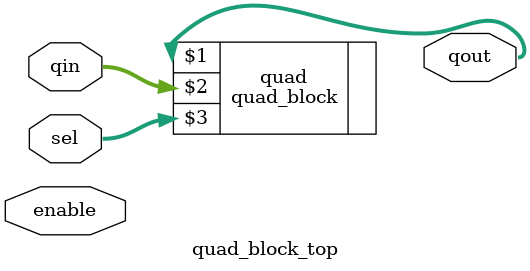
<source format=v>
`timescale 1ns / 1ps
module quad_block_top(
    output [232:0] qout,
    input [232:0] qin,
    input [3:0] sel,
    input [1:0] enable
    );

wire [232:0] in_real_quad;

assign in_real_quad = (enable==2'b01) ? qin:233'bx;

quad_block quad(qout, qin, sel);
endmodule

</source>
